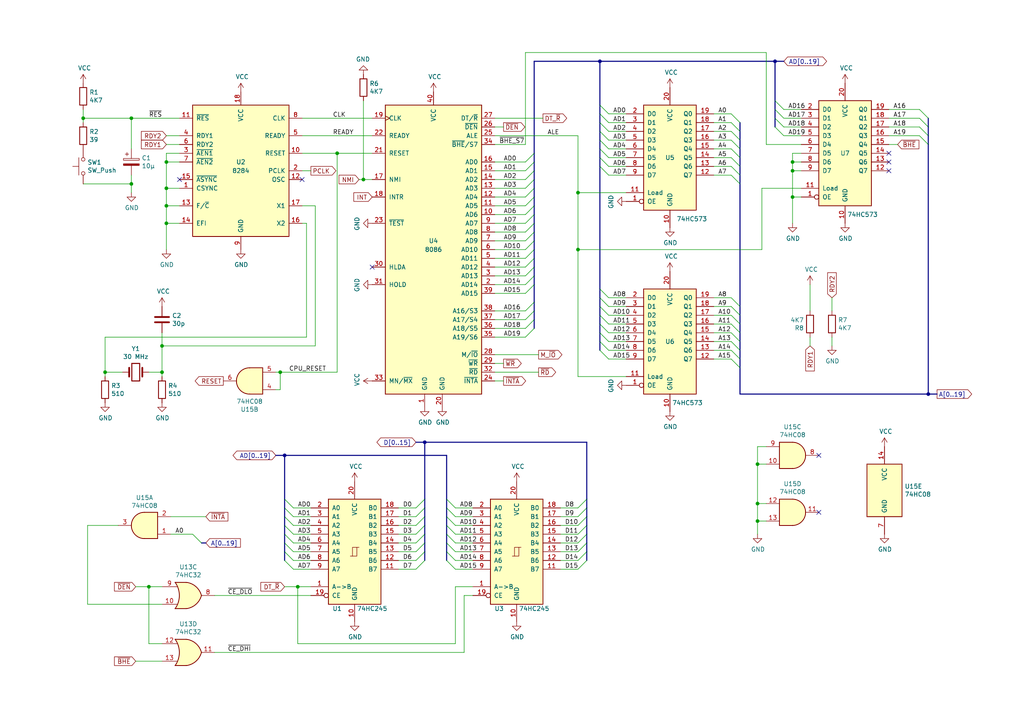
<source format=kicad_sch>
(kicad_sch (version 20230121) (generator eeschema)
  (paper "A4")
  (title_block (title "Mini8086 main system board") (rev "1.1"))
  (junction (at 229.87 57.15))
  (junction (at 229.87 49.53))
  (junction (at 229.87 46.99))
  (junction (at 105.41 52.07))
  (junction (at 97.79 44.45))
  (junction (at 81.28 107.95))
  (junction (at 48.26 59.69))
  (junction (at 167.64 72.39))
  (junction (at 219.71 151.13))
  (junction (at 48.26 54.61))
  (junction (at 43.18 170.18))
  (junction (at 24.13 34.29))
  (junction (at 219.71 134.62))
  (junction (at 38.1 34.29))
  (junction (at 82.55 132.08))
  (junction (at 48.26 64.77))
  (junction (at 38.1 53.34))
  (junction (at 86.36 170.18))
  (junction (at 46.99 100.33))
  (junction (at 46.99 107.95))
  (junction (at 30.48 107.95))
  (junction (at 224.79 17.78))
  (junction (at 48.26 46.99))
  (junction (at 167.64 55.88))
  (junction (at 173.99 17.78))
  (junction (at 123.19 128.27))
  (junction (at 219.71 146.05))
  (junction (at 269.24 114.3))
  (no_connect (at 257.81 44.45))
  (no_connect (at 87.63 52.07))
  (no_connect (at 52.07 52.07))
  (no_connect (at 257.81 49.53))
  (no_connect (at 257.81 46.99))
  (no_connect (at 237.49 148.59))
  (no_connect (at 107.95 77.47))
  (no_connect (at 237.49 132.08))
  (bus_entry (at 132.08 152.4) (size -2.54 -2.54))
  (bus_entry (at 152.4 80.01) (size 2.54 -2.54))
  (bus_entry (at 176.53 88.9) (size -2.54 -2.54))
  (bus_entry (at 85.09 165.1) (size -2.54 -2.54))
  (bus_entry (at 132.08 160.02) (size -2.54 -2.54))
  (bus_entry (at 227.33 31.75) (size -2.54 -2.54))
  (bus_entry (at 152.4 97.79) (size 2.54 -2.54))
  (bus_entry (at 132.08 149.86) (size -2.54 -2.54))
  (bus_entry (at 152.4 52.07) (size 2.54 -2.54))
  (bus_entry (at 212.09 38.1) (size 2.54 2.54))
  (bus_entry (at 167.64 149.86) (size 2.54 -2.54))
  (bus_entry (at 55.88 154.94) (size 2.54 2.54))
  (bus_entry (at 167.64 157.48) (size 2.54 -2.54))
  (bus_entry (at 132.08 165.1) (size -2.54 -2.54))
  (bus_entry (at 167.64 152.4) (size 2.54 -2.54))
  (bus_entry (at 176.53 96.52) (size -2.54 -2.54))
  (bus_entry (at 152.4 85.09) (size 2.54 -2.54))
  (bus_entry (at 85.09 160.02) (size -2.54 -2.54))
  (bus_entry (at 176.53 101.6) (size -2.54 -2.54))
  (bus_entry (at 152.4 54.61) (size 2.54 -2.54))
  (bus_entry (at 120.65 152.4) (size 2.54 -2.54))
  (bus_entry (at 212.09 33.02) (size 2.54 2.54))
  (bus_entry (at 132.08 162.56) (size -2.54 -2.54))
  (bus_entry (at 176.53 93.98) (size -2.54 -2.54))
  (bus_entry (at 152.4 62.23) (size 2.54 -2.54))
  (bus_entry (at 120.65 160.02) (size 2.54 -2.54))
  (bus_entry (at 212.09 86.36) (size 2.54 2.54))
  (bus_entry (at 152.4 82.55) (size 2.54 -2.54))
  (bus_entry (at 152.4 67.31) (size 2.54 -2.54))
  (bus_entry (at 212.09 88.9) (size 2.54 2.54))
  (bus_entry (at 120.65 147.32) (size 2.54 -2.54))
  (bus_entry (at 85.09 157.48) (size -2.54 -2.54))
  (bus_entry (at 227.33 39.37) (size -2.54 -2.54))
  (bus_entry (at 152.4 72.39) (size 2.54 -2.54))
  (bus_entry (at 152.4 74.93) (size 2.54 -2.54))
  (bus_entry (at 212.09 35.56) (size 2.54 2.54))
  (bus_entry (at 266.7 39.37) (size 2.54 2.54))
  (bus_entry (at 212.09 40.64) (size 2.54 2.54))
  (bus_entry (at 152.4 92.71) (size 2.54 -2.54))
  (bus_entry (at 85.09 147.32) (size -2.54 -2.54))
  (bus_entry (at 176.53 43.18) (size -2.54 -2.54))
  (bus_entry (at 152.4 64.77) (size 2.54 -2.54))
  (bus_entry (at 266.7 36.83) (size 2.54 2.54))
  (bus_entry (at 212.09 104.14) (size 2.54 2.54))
  (bus_entry (at 152.4 49.53) (size 2.54 -2.54))
  (bus_entry (at 85.09 162.56) (size -2.54 -2.54))
  (bus_entry (at 176.53 35.56) (size -2.54 -2.54))
  (bus_entry (at 227.33 34.29) (size -2.54 -2.54))
  (bus_entry (at 212.09 91.44) (size 2.54 2.54))
  (bus_entry (at 176.53 104.14) (size -2.54 -2.54))
  (bus_entry (at 120.65 157.48) (size 2.54 -2.54))
  (bus_entry (at 212.09 50.8) (size 2.54 2.54))
  (bus_entry (at 212.09 48.26) (size 2.54 2.54))
  (bus_entry (at 266.7 34.29) (size 2.54 2.54))
  (bus_entry (at 176.53 99.06) (size -2.54 -2.54))
  (bus_entry (at 167.64 162.56) (size 2.54 -2.54))
  (bus_entry (at 120.65 149.86) (size 2.54 -2.54))
  (bus_entry (at 212.09 45.72) (size 2.54 2.54))
  (bus_entry (at 212.09 96.52) (size 2.54 2.54))
  (bus_entry (at 85.09 149.86) (size -2.54 -2.54))
  (bus_entry (at 212.09 93.98) (size 2.54 2.54))
  (bus_entry (at 266.7 31.75) (size 2.54 2.54))
  (bus_entry (at 152.4 95.25) (size 2.54 -2.54))
  (bus_entry (at 176.53 40.64) (size -2.54 -2.54))
  (bus_entry (at 176.53 86.36) (size -2.54 -2.54))
  (bus_entry (at 152.4 90.17) (size 2.54 -2.54))
  (bus_entry (at 176.53 50.8) (size -2.54 -2.54))
  (bus_entry (at 176.53 91.44) (size -2.54 -2.54))
  (bus_entry (at 176.53 45.72) (size -2.54 -2.54))
  (bus_entry (at 176.53 48.26) (size -2.54 -2.54))
  (bus_entry (at 120.65 162.56) (size 2.54 -2.54))
  (bus_entry (at 85.09 152.4) (size -2.54 -2.54))
  (bus_entry (at 167.64 147.32) (size 2.54 -2.54))
  (bus_entry (at 152.4 69.85) (size 2.54 -2.54))
  (bus_entry (at 167.64 165.1) (size 2.54 -2.54))
  (bus_entry (at 167.64 160.02) (size 2.54 -2.54))
  (bus_entry (at 212.09 43.18) (size 2.54 2.54))
  (bus_entry (at 167.64 154.94) (size 2.54 -2.54))
  (bus_entry (at 152.4 46.99) (size 2.54 -2.54))
  (bus_entry (at 176.53 33.02) (size -2.54 -2.54))
  (bus_entry (at 152.4 77.47) (size 2.54 -2.54))
  (bus_entry (at 152.4 57.15) (size 2.54 -2.54))
  (bus_entry (at 212.09 101.6) (size 2.54 2.54))
  (bus_entry (at 132.08 154.94) (size -2.54 -2.54))
  (bus_entry (at 176.53 38.1) (size -2.54 -2.54))
  (bus_entry (at 120.65 154.94) (size 2.54 -2.54))
  (bus_entry (at 227.33 36.83) (size -2.54 -2.54))
  (bus_entry (at 132.08 157.48) (size -2.54 -2.54))
  (bus_entry (at 152.4 59.69) (size 2.54 -2.54))
  (bus_entry (at 85.09 154.94) (size -2.54 -2.54))
  (bus_entry (at 132.08 147.32) (size -2.54 -2.54))
  (bus_entry (at 120.65 165.1) (size 2.54 -2.54))
  (bus_entry (at 212.09 99.06) (size 2.54 2.54))
  (wire (pts (xy 232.41 57.15) (xy 229.87 57.15)))
  (bus (pts (xy 173.99 45.72) (xy 173.99 48.26)))
  (wire (pts (xy 212.09 104.14) (xy 207.01 104.14)))
  (wire (pts (xy 176.53 35.56) (xy 181.61 35.56)))
  (wire (pts (xy 132.08 160.02) (xy 137.16 160.02)))
  (wire (pts (xy 157.48 34.29) (xy 143.51 34.29)))
  (bus (pts (xy 214.63 101.6) (xy 214.63 104.14)))
  (wire (pts (xy 107.95 52.07) (xy 105.41 52.07)))
  (wire (pts (xy 91.44 100.33) (xy 46.99 100.33)))
  (bus (pts (xy 224.79 17.78) (xy 227.33 17.78)))
  (bus (pts (xy 269.24 41.91) (xy 269.24 114.3)))
  (wire (pts (xy 167.64 55.88) (xy 181.61 55.88)))
  (bus (pts (xy 173.99 91.44) (xy 173.99 93.98)))
  (bus (pts (xy 173.99 17.78) (xy 224.79 17.78)))
  (bus (pts (xy 224.79 31.75) (xy 224.79 34.29)))
  (wire (pts (xy 38.1 34.29) (xy 24.13 34.29)))
  (wire (pts (xy 266.7 31.75) (xy 257.81 31.75)))
  (wire (pts (xy 107.95 39.37) (xy 87.63 39.37)))
  (bus (pts (xy 154.94 57.15) (xy 154.94 59.69)))
  (bus (pts (xy 173.99 83.82) (xy 173.99 86.36)))
  (bus (pts (xy 214.63 99.06) (xy 214.63 101.6)))
  (bus (pts (xy 173.99 38.1) (xy 173.99 40.64)))
  (wire (pts (xy 52.07 54.61) (xy 48.26 54.61)))
  (wire (pts (xy 48.26 46.99) (xy 48.26 54.61)))
  (wire (pts (xy 132.08 147.32) (xy 137.16 147.32)))
  (wire (pts (xy 176.53 86.36) (xy 181.61 86.36)))
  (wire (pts (xy 176.53 91.44) (xy 181.61 91.44)))
  (bus (pts (xy 214.63 38.1) (xy 214.63 40.64)))
  (bus (pts (xy 129.54 157.48) (xy 129.54 160.02)))
  (wire (pts (xy 212.09 91.44) (xy 207.01 91.44)))
  (wire (pts (xy 38.1 34.29) (xy 52.07 34.29)))
  (bus (pts (xy 129.54 152.4) (xy 129.54 154.94)))
  (bus (pts (xy 123.19 160.02) (xy 123.19 162.56)))
  (wire (pts (xy 105.41 52.07) (xy 105.41 29.21)))
  (wire (pts (xy 105.41 52.07) (xy 104.14 52.07)))
  (bus (pts (xy 154.94 90.17) (xy 154.94 92.71)))
  (bus (pts (xy 170.18 160.02) (xy 170.18 162.56)))
  (bus (pts (xy 214.63 104.14) (xy 214.63 106.68)))
  (wire (pts (xy 46.99 191.77) (xy 39.37 191.77)))
  (wire (pts (xy 132.08 186.69) (xy 86.36 186.69)))
  (wire (pts (xy 176.53 88.9) (xy 181.61 88.9)))
  (wire (pts (xy 132.08 157.48) (xy 137.16 157.48)))
  (wire (pts (xy 152.4 97.79) (xy 143.51 97.79)))
  (wire (pts (xy 176.53 93.98) (xy 181.61 93.98)))
  (wire (pts (xy 229.87 49.53) (xy 229.87 46.99)))
  (bus (pts (xy 170.18 128.27) (xy 170.18 144.78)))
  (wire (pts (xy 46.99 175.26) (xy 25.4 175.26)))
  (wire (pts (xy 86.36 186.69) (xy 86.36 170.18)))
  (wire (pts (xy 43.18 186.69) (xy 43.18 170.18)))
  (bus (pts (xy 58.42 157.48) (xy 59.69 157.48)))
  (wire (pts (xy 115.57 147.32) (xy 120.65 147.32)))
  (wire (pts (xy 87.63 64.77) (xy 88.9 64.77)))
  (wire (pts (xy 212.09 86.36) (xy 207.01 86.36)))
  (wire (pts (xy 176.53 43.18) (xy 181.61 43.18)))
  (wire (pts (xy 176.53 33.02) (xy 181.61 33.02)))
  (wire (pts (xy 91.44 59.69) (xy 91.44 100.33)))
  (wire (pts (xy 132.08 154.94) (xy 137.16 154.94)))
  (wire (pts (xy 62.23 172.72) (xy 90.17 172.72)))
  (wire (pts (xy 46.99 96.52) (xy 46.99 100.33)))
  (wire (pts (xy 88.9 64.77) (xy 88.9 97.79)))
  (bus (pts (xy 214.63 106.68) (xy 214.63 114.3)))
  (bus (pts (xy 154.94 52.07) (xy 154.94 54.61)))
  (bus (pts (xy 82.55 149.86) (xy 82.55 152.4)))
  (wire (pts (xy 81.28 113.03) (xy 80.01 113.03)))
  (bus (pts (xy 269.24 114.3) (xy 271.78 114.3)))
  (wire (pts (xy 212.09 93.98) (xy 207.01 93.98)))
  (wire (pts (xy 167.64 160.02) (xy 162.56 160.02)))
  (bus (pts (xy 214.63 48.26) (xy 214.63 50.8)))
  (bus (pts (xy 129.54 147.32) (xy 129.54 149.86)))
  (bus (pts (xy 154.94 49.53) (xy 154.94 52.07)))
  (wire (pts (xy 257.81 41.91) (xy 260.35 41.91)))
  (bus (pts (xy 269.24 39.37) (xy 269.24 41.91)))
  (wire (pts (xy 152.4 80.01) (xy 143.51 80.01)))
  (wire (pts (xy 152.4 90.17) (xy 143.51 90.17)))
  (bus (pts (xy 173.99 33.02) (xy 173.99 35.56)))
  (wire (pts (xy 25.4 175.26) (xy 25.4 152.4)))
  (wire (pts (xy 212.09 88.9) (xy 207.01 88.9)))
  (wire (pts (xy 143.51 62.23) (xy 152.4 62.23)))
  (wire (pts (xy 222.25 146.05) (xy 219.71 146.05)))
  (wire (pts (xy 49.53 149.86) (xy 59.69 149.86)))
  (bus (pts (xy 154.94 69.85) (xy 154.94 72.39)))
  (wire (pts (xy 43.18 170.18) (xy 46.99 170.18)))
  (wire (pts (xy 132.08 170.18) (xy 132.08 186.69)))
  (wire (pts (xy 212.09 48.26) (xy 207.01 48.26)))
  (bus (pts (xy 123.19 144.78) (xy 123.19 147.32)))
  (wire (pts (xy 212.09 35.56) (xy 207.01 35.56)))
  (wire (pts (xy 266.7 34.29) (xy 257.81 34.29)))
  (wire (pts (xy 52.07 46.99) (xy 48.26 46.99)))
  (wire (pts (xy 46.99 186.69) (xy 43.18 186.69)))
  (bus (pts (xy 129.54 149.86) (xy 129.54 152.4)))
  (wire (pts (xy 227.33 31.75) (xy 232.41 31.75)))
  (wire (pts (xy 222.25 151.13) (xy 219.71 151.13)))
  (bus (pts (xy 154.94 44.45) (xy 154.94 46.99)))
  (wire (pts (xy 229.87 57.15) (xy 229.87 49.53)))
  (wire (pts (xy 229.87 64.77) (xy 229.87 57.15)))
  (bus (pts (xy 82.55 152.4) (xy 82.55 154.94)))
  (wire (pts (xy 97.79 44.45) (xy 97.79 107.95)))
  (bus (pts (xy 214.63 91.44) (xy 214.63 93.98)))
  (wire (pts (xy 143.51 102.87) (xy 156.21 102.87)))
  (wire (pts (xy 181.61 109.22) (xy 167.64 109.22)))
  (wire (pts (xy 143.51 49.53) (xy 152.4 49.53)))
  (wire (pts (xy 137.16 172.72) (xy 134.62 172.72)))
  (bus (pts (xy 173.99 96.52) (xy 173.99 99.06)))
  (wire (pts (xy 266.7 39.37) (xy 257.81 39.37)))
  (wire (pts (xy 85.09 147.32) (xy 90.17 147.32)))
  (bus (pts (xy 123.19 147.32) (xy 123.19 149.86)))
  (wire (pts (xy 143.51 107.95) (xy 156.21 107.95)))
  (bus (pts (xy 214.63 93.98) (xy 214.63 96.52)))
  (wire (pts (xy 48.26 54.61) (xy 48.26 59.69)))
  (wire (pts (xy 234.95 97.79) (xy 234.95 100.33)))
  (bus (pts (xy 154.94 80.01) (xy 154.94 82.55)))
  (wire (pts (xy 212.09 101.6) (xy 207.01 101.6)))
  (wire (pts (xy 85.09 162.56) (xy 90.17 162.56)))
  (wire (pts (xy 87.63 44.45) (xy 97.79 44.45)))
  (wire (pts (xy 43.18 107.95) (xy 46.99 107.95)))
  (wire (pts (xy 143.51 41.91) (xy 152.4 41.91)))
  (wire (pts (xy 143.51 52.07) (xy 152.4 52.07)))
  (wire (pts (xy 167.64 109.22) (xy 167.64 72.39)))
  (wire (pts (xy 227.33 34.29) (xy 232.41 34.29)))
  (bus (pts (xy 224.79 29.21) (xy 224.79 31.75)))
  (wire (pts (xy 219.71 129.54) (xy 222.25 129.54)))
  (bus (pts (xy 214.63 35.56) (xy 214.63 38.1)))
  (bus (pts (xy 123.19 152.4) (xy 123.19 154.94)))
  (wire (pts (xy 167.64 147.32) (xy 162.56 147.32)))
  (bus (pts (xy 154.94 72.39) (xy 154.94 74.93)))
  (bus (pts (xy 123.19 128.27) (xy 120.65 128.27)))
  (wire (pts (xy 220.98 54.61) (xy 220.98 72.39)))
  (wire (pts (xy 39.37 170.18) (xy 43.18 170.18)))
  (wire (pts (xy 222.25 41.91) (xy 232.41 41.91)))
  (wire (pts (xy 152.4 59.69) (xy 143.51 59.69)))
  (bus (pts (xy 154.94 77.47) (xy 154.94 80.01)))
  (wire (pts (xy 25.4 152.4) (xy 34.29 152.4)))
  (wire (pts (xy 85.09 152.4) (xy 90.17 152.4)))
  (wire (pts (xy 176.53 45.72) (xy 181.61 45.72)))
  (bus (pts (xy 123.19 128.27) (xy 123.19 144.78)))
  (wire (pts (xy 152.4 41.91) (xy 152.4 15.24)))
  (wire (pts (xy 85.09 149.86) (xy 90.17 149.86)))
  (wire (pts (xy 24.13 35.56) (xy 24.13 34.29)))
  (wire (pts (xy 120.65 165.1) (xy 115.57 165.1)))
  (bus (pts (xy 154.94 17.78) (xy 154.94 44.45)))
  (wire (pts (xy 176.53 104.14) (xy 181.61 104.14)))
  (wire (pts (xy 85.09 160.02) (xy 90.17 160.02)))
  (bus (pts (xy 173.99 93.98) (xy 173.99 96.52)))
  (bus (pts (xy 214.63 114.3) (xy 269.24 114.3)))
  (wire (pts (xy 85.09 157.48) (xy 90.17 157.48)))
  (wire (pts (xy 227.33 39.37) (xy 232.41 39.37)))
  (bus (pts (xy 214.63 88.9) (xy 214.63 91.44)))
  (wire (pts (xy 85.09 154.94) (xy 90.17 154.94)))
  (wire (pts (xy 212.09 38.1) (xy 207.01 38.1)))
  (wire (pts (xy 212.09 96.52) (xy 207.01 96.52)))
  (wire (pts (xy 143.51 105.41) (xy 146.05 105.41)))
  (wire (pts (xy 212.09 45.72) (xy 207.01 45.72)))
  (wire (pts (xy 232.41 49.53) (xy 229.87 49.53)))
  (wire (pts (xy 120.65 154.94) (xy 115.57 154.94)))
  (wire (pts (xy 152.4 15.24) (xy 222.25 15.24)))
  (wire (pts (xy 212.09 43.18) (xy 207.01 43.18)))
  (bus (pts (xy 173.99 86.36) (xy 173.99 88.9)))
  (wire (pts (xy 212.09 40.64) (xy 207.01 40.64)))
  (bus (pts (xy 173.99 40.64) (xy 173.99 43.18)))
  (wire (pts (xy 48.26 44.45) (xy 48.26 46.99)))
  (wire (pts (xy 167.64 39.37) (xy 167.64 55.88)))
  (wire (pts (xy 227.33 36.83) (xy 232.41 36.83)))
  (wire (pts (xy 176.53 38.1) (xy 181.61 38.1)))
  (bus (pts (xy 82.55 160.02) (xy 82.55 162.56)))
  (wire (pts (xy 234.95 82.55) (xy 234.95 90.17)))
  (wire (pts (xy 48.26 59.69) (xy 48.26 64.77)))
  (wire (pts (xy 52.07 64.77) (xy 48.26 64.77)))
  (wire (pts (xy 219.71 151.13) (xy 219.71 154.94)))
  (bus (pts (xy 154.94 17.78) (xy 173.99 17.78)))
  (bus (pts (xy 82.55 157.48) (xy 82.55 160.02)))
  (bus (pts (xy 224.79 17.78) (xy 224.79 29.21)))
  (bus (pts (xy 170.18 152.4) (xy 170.18 154.94)))
  (wire (pts (xy 220.98 72.39) (xy 167.64 72.39)))
  (bus (pts (xy 214.63 45.72) (xy 214.63 48.26)))
  (wire (pts (xy 152.4 69.85) (xy 143.51 69.85)))
  (wire (pts (xy 176.53 99.06) (xy 181.61 99.06)))
  (bus (pts (xy 173.99 99.06) (xy 173.99 101.6)))
  (wire (pts (xy 222.25 15.24) (xy 222.25 41.91)))
  (wire (pts (xy 30.48 97.79) (xy 30.48 107.95)))
  (wire (pts (xy 137.16 170.18) (xy 132.08 170.18)))
  (bus (pts (xy 154.94 64.77) (xy 154.94 67.31)))
  (wire (pts (xy 35.56 107.95) (xy 30.48 107.95)))
  (wire (pts (xy 152.4 57.15) (xy 143.51 57.15)))
  (bus (pts (xy 173.99 88.9) (xy 173.99 91.44)))
  (bus (pts (xy 214.63 53.34) (xy 214.63 88.9)))
  (wire (pts (xy 152.4 82.55) (xy 143.51 82.55)))
  (bus (pts (xy 154.94 74.93) (xy 154.94 77.47)))
  (wire (pts (xy 52.07 44.45) (xy 48.26 44.45)))
  (wire (pts (xy 212.09 50.8) (xy 207.01 50.8)))
  (bus (pts (xy 129.54 160.02) (xy 129.54 162.56)))
  (wire (pts (xy 222.25 134.62) (xy 219.71 134.62)))
  (wire (pts (xy 134.62 172.72) (xy 134.62 189.23)))
  (wire (pts (xy 176.53 96.52) (xy 181.61 96.52)))
  (wire (pts (xy 48.26 64.77) (xy 48.26 72.39)))
  (wire (pts (xy 85.09 165.1) (xy 90.17 165.1)))
  (bus (pts (xy 214.63 96.52) (xy 214.63 99.06)))
  (wire (pts (xy 212.09 99.06) (xy 207.01 99.06)))
  (wire (pts (xy 62.23 189.23) (xy 134.62 189.23)))
  (wire (pts (xy 87.63 49.53) (xy 90.17 49.53)))
  (wire (pts (xy 152.4 54.61) (xy 143.51 54.61)))
  (bus (pts (xy 123.19 157.48) (xy 123.19 160.02)))
  (bus (pts (xy 170.18 157.48) (xy 170.18 160.02)))
  (wire (pts (xy 120.65 149.86) (xy 115.57 149.86)))
  (wire (pts (xy 132.08 162.56) (xy 137.16 162.56)))
  (wire (pts (xy 38.1 53.34) (xy 38.1 50.8)))
  (wire (pts (xy 49.53 154.94) (xy 55.88 154.94)))
  (bus (pts (xy 123.19 128.27) (xy 170.18 128.27)))
  (wire (pts (xy 120.65 160.02) (xy 115.57 160.02)))
  (wire (pts (xy 152.4 67.31) (xy 143.51 67.31)))
  (wire (pts (xy 87.63 59.69) (xy 91.44 59.69)))
  (wire (pts (xy 266.7 36.83) (xy 257.81 36.83)))
  (bus (pts (xy 82.55 132.08) (xy 80.01 132.08)))
  (wire (pts (xy 143.51 46.99) (xy 152.4 46.99)))
  (wire (pts (xy 167.64 165.1) (xy 162.56 165.1)))
  (wire (pts (xy 24.13 53.34) (xy 38.1 53.34)))
  (wire (pts (xy 219.71 146.05) (xy 219.71 134.62)))
  (bus (pts (xy 173.99 43.18) (xy 173.99 45.72)))
  (wire (pts (xy 81.28 107.95) (xy 80.01 107.95)))
  (wire (pts (xy 24.13 31.75) (xy 24.13 34.29)))
  (bus (pts (xy 173.99 48.26) (xy 173.99 83.82)))
  (wire (pts (xy 86.36 170.18) (xy 90.17 170.18)))
  (wire (pts (xy 229.87 46.99) (xy 229.87 44.45)))
  (bus (pts (xy 129.54 144.78) (xy 129.54 147.32)))
  (bus (pts (xy 214.63 40.64) (xy 214.63 43.18)))
  (bus (pts (xy 154.94 59.69) (xy 154.94 62.23)))
  (wire (pts (xy 82.55 170.18) (xy 86.36 170.18)))
  (wire (pts (xy 46.99 100.33) (xy 46.99 107.95)))
  (bus (pts (xy 129.54 154.94) (xy 129.54 157.48)))
  (bus (pts (xy 154.94 87.63) (xy 154.94 90.17)))
  (bus (pts (xy 170.18 144.78) (xy 170.18 147.32)))
  (wire (pts (xy 167.64 162.56) (xy 162.56 162.56)))
  (wire (pts (xy 152.4 77.47) (xy 143.51 77.47)))
  (bus (pts (xy 154.94 54.61) (xy 154.94 57.15)))
  (wire (pts (xy 52.07 41.91) (xy 48.26 41.91)))
  (wire (pts (xy 152.4 92.71) (xy 143.51 92.71)))
  (bus (pts (xy 154.94 82.55) (xy 154.94 87.63)))
  (wire (pts (xy 152.4 74.93) (xy 143.51 74.93)))
  (wire (pts (xy 46.99 107.95) (xy 46.99 109.22)))
  (bus (pts (xy 82.55 154.94) (xy 82.55 157.48)))
  (wire (pts (xy 81.28 107.95) (xy 81.28 113.03)))
  (bus (pts (xy 154.94 46.99) (xy 154.94 49.53)))
  (wire (pts (xy 176.53 50.8) (xy 181.61 50.8)))
  (wire (pts (xy 232.41 46.99) (xy 229.87 46.99)))
  (bus (pts (xy 123.19 149.86) (xy 123.19 152.4)))
  (bus (pts (xy 82.55 147.32) (xy 82.55 149.86)))
  (bus (pts (xy 154.94 92.71) (xy 154.94 95.25)))
  (bus (pts (xy 154.94 62.23) (xy 154.94 64.77)))
  (wire (pts (xy 167.64 149.86) (xy 162.56 149.86)))
  (wire (pts (xy 152.4 95.25) (xy 143.51 95.25)))
  (bus (pts (xy 123.19 154.94) (xy 123.19 157.48)))
  (wire (pts (xy 241.3 97.79) (xy 241.3 100.33)))
  (bus (pts (xy 214.63 43.18) (xy 214.63 45.72)))
  (wire (pts (xy 120.65 152.4) (xy 115.57 152.4)))
  (wire (pts (xy 152.4 64.77) (xy 143.51 64.77)))
  (bus (pts (xy 173.99 35.56) (xy 173.99 38.1)))
  (bus (pts (xy 214.63 50.8) (xy 214.63 53.34)))
  (wire (pts (xy 241.3 90.17) (xy 241.3 86.36)))
  (bus (pts (xy 82.55 144.78) (xy 82.55 147.32)))
  (wire (pts (xy 143.51 110.49) (xy 146.05 110.49)))
  (wire (pts (xy 229.87 44.45) (xy 232.41 44.45)))
  (wire (pts (xy 132.08 152.4) (xy 137.16 152.4)))
  (wire (pts (xy 232.41 54.61) (xy 220.98 54.61)))
  (wire (pts (xy 176.53 101.6) (xy 181.61 101.6)))
  (wire (pts (xy 167.64 72.39) (xy 167.64 55.88)))
  (bus (pts (xy 82.55 132.08) (xy 82.55 144.78)))
  (bus (pts (xy 170.18 154.94) (xy 170.18 157.48)))
  (wire (pts (xy 132.08 149.86) (xy 137.16 149.86)))
  (bus (pts (xy 173.99 17.78) (xy 173.99 30.48)))
  (wire (pts (xy 146.05 36.83) (xy 143.51 36.83)))
  (bus (pts (xy 173.99 30.48) (xy 173.99 33.02)))
  (wire (pts (xy 143.51 39.37) (xy 167.64 39.37)))
  (bus (pts (xy 269.24 34.29) (xy 269.24 36.83)))
  (wire (pts (xy 167.64 152.4) (xy 162.56 152.4)))
  (wire (pts (xy 219.71 134.62) (xy 219.71 129.54)))
  (bus (pts (xy 129.54 132.08) (xy 129.54 144.78)))
  (bus (pts (xy 170.18 149.86) (xy 170.18 152.4)))
  (wire (pts (xy 176.53 48.26) (xy 181.61 48.26)))
  (wire (pts (xy 152.4 85.09) (xy 143.51 85.09)))
  (bus (pts (xy 269.24 36.83) (xy 269.24 39.37)))
  (wire (pts (xy 120.65 157.48) (xy 115.57 157.48)))
  (wire (pts (xy 52.07 39.37) (xy 48.26 39.37)))
  (wire (pts (xy 176.53 40.64) (xy 181.61 40.64)))
  (wire (pts (xy 132.08 165.1) (xy 137.16 165.1)))
  (wire (pts (xy 107.95 34.29) (xy 87.63 34.29)))
  (bus (pts (xy 82.55 132.08) (xy 129.54 132.08)))
  (bus (pts (xy 224.79 34.29) (xy 224.79 36.83)))
  (wire (pts (xy 97.79 107.95) (xy 81.28 107.95)))
  (wire (pts (xy 167.64 154.94) (xy 162.56 154.94)))
  (wire (pts (xy 38.1 34.29) (xy 38.1 43.18)))
  (wire (pts (xy 97.79 44.45) (xy 107.95 44.45)))
  (wire (pts (xy 207.01 33.02) (xy 212.09 33.02)))
  (wire (pts (xy 219.71 146.05) (xy 219.71 151.13)))
  (wire (pts (xy 152.4 72.39) (xy 143.51 72.39)))
  (bus (pts (xy 154.94 67.31) (xy 154.94 69.85)))
  (wire (pts (xy 52.07 59.69) (xy 48.26 59.69)))
  (wire (pts (xy 38.1 55.88) (xy 38.1 53.34)))
  (wire (pts (xy 88.9 97.79) (xy 30.48 97.79)))
  (wire (pts (xy 120.65 162.56) (xy 115.57 162.56)))
  (wire (pts (xy 30.48 107.95) (xy 30.48 109.22)))
  (wire (pts (xy 167.64 157.48) (xy 162.56 157.48)))
  (bus (pts (xy 170.18 147.32) (xy 170.18 149.86)))
  (label "AD1" (at 177.8 35.56 0))
  (label "AD2" (at 177.8 38.1 0))
  (label "D11" (at 163.83 154.94 0))
  (label "AD16" (at 146.05 90.17 0))
  (label "AD10" (at 133.35 152.4 0))
  (label "AD19" (at 146.05 97.79 0))
  (label "D13" (at 163.83 160.02 0))
  (label "D9" (at 163.83 149.86 0))
  (label "D2" (at 116.84 152.4 0))
  (label "AD7" (at 146.05 64.77 0))
  (label "A17" (at 259.08 34.29 0))
  (label "AD10" (at 146.05 72.39 0))
  (label "AD0" (at 146.05 46.99 0))
  (label "AD4" (at 177.8 43.18 0))
  (label "A18" (at 259.08 36.83 0))
  (label "~{RES}" (at 43.18 34.29 0))
  (label "AD5" (at 146.05 59.69 0))
  (label "AD5" (at 86.36 160.02 0))
  (label "AD15" (at 133.35 165.1 0))
  (label "AD8" (at 177.8 86.36 0))
  (label "AD15" (at 146.05 85.09 0))
  (label "D7" (at 116.84 165.1 0))
  (label "AD13" (at 177.8 99.06 0))
  (label "A3" (at 208.28 40.64 0))
  (label "A13" (at 208.28 99.06 0))
  (label "~{CE_DHI}" (at 66.04 189.23 0))
  (label "AD18" (at 146.05 95.25 0))
  (label "AD14" (at 177.8 101.6 0))
  (label "AD0" (at 86.36 147.32 0))
  (label "D1" (at 116.84 149.86 0))
  (label "AD4" (at 86.36 157.48 0))
  (label "AD16" (at 228.6 31.75 0))
  (label "A7" (at 208.28 50.8 0))
  (label "A6" (at 208.28 48.26 0))
  (label "AD15" (at 177.8 104.14 0))
  (label "AD13" (at 146.05 80.01 0))
  (label "A9" (at 208.28 88.9 0))
  (label "A10" (at 208.28 91.44 0))
  (label "AD2" (at 146.05 52.07 0))
  (label "AD9" (at 133.35 149.86 0))
  (label "AD13" (at 133.35 160.02 0))
  (label "AD3" (at 86.36 154.94 0))
  (label "AD6" (at 177.8 48.26 0))
  (label "AD2" (at 86.36 152.4 0))
  (label "A1" (at 208.28 35.56 0))
  (label "AD11" (at 146.05 74.93 0))
  (label "AD9" (at 177.8 88.9 0))
  (label "READY" (at 96.52 39.37 0))
  (label "AD7" (at 177.8 50.8 0))
  (label "D4" (at 116.84 157.48 0))
  (label "AD0" (at 177.8 33.02 0))
  (label "A5" (at 208.28 45.72 0))
  (label "A0" (at 208.28 33.02 0))
  (label "A8" (at 208.28 86.36 0))
  (label "AD1" (at 86.36 149.86 0))
  (label "A11" (at 208.28 93.98 0))
  (label "AD9" (at 146.05 69.85 0))
  (label "AD7" (at 86.36 165.1 0))
  (label "D6" (at 116.84 162.56 0))
  (label "D8" (at 163.83 147.32 0))
  (label "AD1" (at 146.05 49.53 0))
  (label "AD6" (at 86.36 162.56 0))
  (label "A12" (at 208.28 96.52 0))
  (label "AD10" (at 177.8 91.44 0))
  (label "A14" (at 208.28 101.6 0))
  (label "AD3" (at 177.8 40.64 0))
  (label "AD17" (at 228.6 34.29 0))
  (label "D0" (at 116.84 147.32 0))
  (label "D15" (at 163.83 165.1 0))
  (label "D14" (at 163.83 162.56 0))
  (label "AD19" (at 228.6 39.37 0))
  (label "A2" (at 208.28 38.1 0))
  (label "D12" (at 163.83 157.48 0))
  (label "AD4" (at 146.05 57.15 0))
  (label "A4" (at 208.28 43.18 0))
  (label "ALE" (at 158.75 39.37 0))
  (label "A16" (at 259.08 31.75 0))
  (label "AD12" (at 177.8 96.52 0))
  (label "AD3" (at 146.05 54.61 0))
  (label "A0" (at 50.8 154.94 0))
  (label "AD18" (at 228.6 36.83 0))
  (label "A19" (at 259.08 39.37 0))
  (label "~{BHE_S7}" (at 144.78 41.91 0))
  (label "A15" (at 208.28 104.14 0))
  (label "AD12" (at 146.05 77.47 0))
  (label "D5" (at 116.84 160.02 0))
  (label "AD5" (at 177.8 45.72 0))
  (label "CLK" (at 96.52 34.29 0))
  (label "AD14" (at 133.35 162.56 0))
  (label "AD6" (at 146.05 62.23 0))
  (label "~{CE_DLO}" (at 66.04 172.72 0))
  (label "AD17" (at 146.05 92.71 0))
  (label "D3" (at 116.84 154.94 0))
  (label "AD11" (at 177.8 93.98 0))
  (label "AD8" (at 146.05 67.31 0))
  (label "AD8" (at 133.35 147.32 0))
  (label "D10" (at 163.83 152.4 0))
  (label "AD14" (at 146.05 82.55 0))
  (label "AD11" (at 133.35 154.94 0))
  (label "CPU_RESET" (at 83.82 107.95 0))
  (label "AD12" (at 133.35 157.48 0))
  (global_label "DT_~{R}" (shape output) (at 157.48 34.29 0) (property "Intersheetrefs" "${INTERSHEET_REFS}" (effects hide)))
  (global_label "INT" (shape input) (at 107.95 57.15 180) (property "Intersheetrefs" "${INTERSHEET_REFS}" (effects hide)))
  (global_label "RDY1" (shape input) (at 48.26 41.91 180) (property "Intersheetrefs" "${INTERSHEET_REFS}" (effects hide)))
  (global_label "~{DEN}" (shape input) (at 39.37 170.18 180) (property "Intersheetrefs" "${INTERSHEET_REFS}" (effects hide)))
  (global_label "AD[0..19]" (shape bidirectional) (at 80.01 132.08 180) (property "Intersheetrefs" "${INTERSHEET_REFS}" (effects hide)))
  (global_label "DT_~{R}" (shape input) (at 82.55 170.18 180) (property "Intersheetrefs" "${INTERSHEET_REFS}" (effects hide)))
  (global_label "~{BHE}" (shape input) (at 39.37 191.77 180) (property "Intersheetrefs" "${INTERSHEET_REFS}" (effects hide)))
  (global_label "~{RD}" (shape output) (at 156.21 107.95 0) (property "Intersheetrefs" "${INTERSHEET_REFS}" (effects hide)))
  (global_label "~{DEN}" (shape output) (at 146.05 36.83 0) (property "Intersheetrefs" "${INTERSHEET_REFS}" (effects hide)))
  (global_label "RDY1" (shape input) (at 234.95 100.33 270) (property "Intersheetrefs" "${INTERSHEET_REFS}" (effects hide)))
  (global_label "NMI" (shape input) (at 104.14 52.07 180) (property "Intersheetrefs" "${INTERSHEET_REFS}" (effects hide)))
  (global_label "D[0..15]" (shape bidirectional) (at 120.65 128.27 180) (property "Intersheetrefs" "${INTERSHEET_REFS}" (effects hide)))
  (global_label "RDY2" (shape input) (at 241.3 86.36 90) (property "Intersheetrefs" "${INTERSHEET_REFS}" (effects hide)))
  (global_label "M_~{IO}" (shape output) (at 156.21 102.87 0) (property "Intersheetrefs" "${INTERSHEET_REFS}" (effects hide)))
  (global_label "A[0..19]" (shape input) (at 59.69 157.48 0) (property "Intersheetrefs" "${INTERSHEET_REFS}" (effects hide)))
  (global_label "PCLK" (shape output) (at 90.17 49.53 0) (property "Intersheetrefs" "${INTERSHEET_REFS}" (effects hide)))
  (global_label "AD[0..19]" (shape bidirectional) (at 227.33 17.78 0) (property "Intersheetrefs" "${INTERSHEET_REFS}" (effects hide)))
  (global_label "RDY2" (shape input) (at 48.26 39.37 180) (property "Intersheetrefs" "${INTERSHEET_REFS}" (effects hide)))
  (global_label "~{INTA}" (shape output) (at 146.05 110.49 0) (property "Intersheetrefs" "${INTERSHEET_REFS}" (effects hide)))
  (global_label "A[0..19]" (shape output) (at 271.78 114.3 0) (property "Intersheetrefs" "${INTERSHEET_REFS}" (effects hide)))
  (global_label "~{WR}" (shape output) (at 146.05 105.41 0) (property "Intersheetrefs" "${INTERSHEET_REFS}" (effects hide)))
  (global_label "~{INTA}" (shape input) (at 59.69 149.86 0) (property "Intersheetrefs" "${INTERSHEET_REFS}" (effects hide)))
  (global_label "RESET" (shape output) (at 64.77 110.49 180) (property "Intersheetrefs" "${INTERSHEET_REFS}" (effects hide)))
  (global_label "~{BHE}" (shape input) (at 260.35 41.91 0) (property "Intersheetrefs" "${INTERSHEET_REFS}" (effects hide)))
  (symbol (lib_id "MCU_Intel:8086_Min_Mode") (at 125.73 72.39 0) (unit 1)
    (property "Reference" "U4" (at 125.73 69.85 0))
    (property "Value" "8086" (at 125.73 72.39 0))
    (property "Footprint" "Package_DIP:DIP-40_W15.24mm_Socket_LongPads" (effects hide))
    (property "Datasheet" "http://datasheets.chipdb.org/Intel/x86/808x/datashts/8086/231455-006.pdf" (effects hide))
  )
  (symbol (lib_id "main-rescue:8284-Timer") (at 69.85 49.53 0) (unit 1)
    (property "Reference" "U2" (at 69.85 46.99 0))
    (property "Value" "8284" (at 69.85 49.53 0))
    (property "Footprint" "Package_DIP:DIP-18_W7.62mm_Socket_LongPads" (effects hide))
    (property "Datasheet" "http://www.cpu-galaxy.at/cpu/ram%20rom%20eprom/other_intel_chips/other_intel-Dateien/D8284A_Datasheet.pdf" (effects hide))
  )
  (symbol (lib_id "74xx:74LS573") (at 194.31 45.72 0) (unit 1)
    (property "Reference" "U5" (at 194.31 45.72 0))
    (property "Value" "74HC573" (at 200.66 63.5 0))
    (property "Footprint" "Package_DIP:DIP-20_W7.62mm_LongPads" (effects hide))
    (property "Datasheet" "74xx/74hc573.pdf" (effects hide))
  )
  (symbol (lib_id "74xx:74LS573") (at 194.31 99.06 0) (unit 1)
    (property "Reference" "U6" (at 194.31 99.06 0))
    (property "Value" "74HC573" (at 199.39 116.84 0))
    (property "Footprint" "Package_DIP:DIP-20_W7.62mm_LongPads" (effects hide))
    (property "Datasheet" "74xx/74hc573.pdf" (effects hide))
  )
  (symbol (lib_id "power:VCC") (at 69.85 26.67 0) (unit 1)
    (property "Reference" "#PWR09" (effects hide))
    (property "Value" "VCC" (at 70.231 22.2758 0))
  )
  (symbol (lib_id "power:GND") (at 69.85 72.39 0) (unit 1)
    (property "Reference" "#PWR010" (effects hide))
    (property "Value" "GND" (at 69.977 76.7842 0))
  )
  (symbol (lib_id "power:VCC") (at 125.73 26.67 0) (unit 1)
    (property "Reference" "#PWR016" (effects hide))
    (property "Value" "VCC" (at 126.111 22.2758 0))
  )
  (symbol (lib_id "power:GND") (at 128.27 118.11 0) (unit 1)
    (property "Reference" "#PWR017" (effects hide))
    (property "Value" "GND" (at 128.397 122.5042 0))
  )
  (symbol (lib_id "power:GND") (at 123.19 118.11 0) (unit 1)
    (property "Reference" "#PWR015" (effects hide))
    (property "Value" "GND" (at 123.317 122.5042 0))
  )
  (symbol (lib_id "power:GND") (at 48.26 72.39 0) (unit 1)
    (property "Reference" "#PWR06" (effects hide))
    (property "Value" "GND" (at 48.387 76.7842 0))
  )
  (symbol (lib_id "main-rescue:CP-Device") (at 38.1 46.99 0) (unit 1)
    (property "Reference" "C1" (at 41.0972 45.8216 0) (effects (justify left)))
    (property "Value" "10µ" (at 41.0972 48.133 0) (effects (justify left)))
    (property "Footprint" "Capacitor_THT:CP_Radial_D4.0mm_P2.00mm" (effects hide))
  )
  (symbol (lib_id "power:GND") (at 38.1 55.88 0) (unit 1)
    (property "Reference" "#PWR03" (effects hide))
    (property "Value" "GND" (at 38.227 60.2742 0))
  )
  (symbol (lib_id "Switch:SW_Push") (at 24.13 48.26 90) (unit 1)
    (property "Reference" "SW1" (at 25.3492 47.0916 90) (effects (justify right)))
    (property "Value" "SW_Push" (at 25.3492 49.403 90) (effects (justify right)))
    (property "Footprint" "Button_Switch_THT:SW_PUSH_6mm" (effects hide))
  )
  (symbol (lib_id "Device:R") (at 24.13 39.37 180) (unit 1)
    (property "Reference" "R2" (at 25.908 38.2016 0) (effects (justify right)))
    (property "Value" "39" (at 25.908 40.513 0) (effects (justify right)))
    (property "Footprint" "Resistor_THT:R_Axial_DIN0207_L6.3mm_D2.5mm_P7.62mm_Horizontal" (effects hide))
  )
  (symbol (lib_id "power:VCC") (at 24.13 24.13 0) (unit 1)
    (property "Reference" "#PWR01" (effects hide))
    (property "Value" "VCC" (at 24.511 19.7358 0))
  )
  (symbol (lib_id "Device:R") (at 24.13 27.94 180) (unit 1)
    (property "Reference" "R1" (at 25.908 26.7716 0) (effects (justify right)))
    (property "Value" "4K7" (at 25.908 29.083 0) (effects (justify right)))
    (property "Footprint" "Resistor_THT:R_Axial_DIN0207_L6.3mm_D2.5mm_P7.62mm_Horizontal" (effects hide))
  )
  (symbol (lib_id "Device:R") (at 30.48 113.03 180) (unit 1)
    (property "Reference" "R3" (at 32.258 111.8616 0) (effects (justify right)))
    (property "Value" "510" (at 32.258 114.173 0) (effects (justify right)))
    (property "Footprint" "Resistor_THT:R_Axial_DIN0207_L6.3mm_D2.5mm_P7.62mm_Horizontal" (effects hide))
  )
  (symbol (lib_id "Device:R") (at 46.99 113.03 180) (unit 1)
    (property "Reference" "R4" (at 48.768 111.8616 0) (effects (justify right)))
    (property "Value" "510" (at 48.768 114.173 0) (effects (justify right)))
    (property "Footprint" "Resistor_THT:R_Axial_DIN0207_L6.3mm_D2.5mm_P7.62mm_Horizontal" (effects hide))
  )
  (symbol (lib_id "Device:C") (at 46.99 92.71 180) (unit 1)
    (property "Reference" "C2" (at 49.911 91.5416 0) (effects (justify right)))
    (property "Value" "30p" (at 49.911 93.853 0) (effects (justify right)))
    (property "Footprint" "Capacitor_THT:C_Disc_D3.0mm_W1.6mm_P2.50mm" (effects hide))
  )
  (symbol (lib_id "Device:Crystal") (at 39.37 107.95 0) (unit 1)
    (property "Reference" "Y1" (at 39.37 101.1428 0))
    (property "Value" "30 MHz" (at 39.37 103.4542 0))
    (property "Footprint" "Crystal:Crystal_HC18-U_Vertical" (effects hide))
  )
  (symbol (lib_id "power:GND") (at 30.48 116.84 0) (unit 1)
    (property "Reference" "#PWR02" (effects hide))
    (property "Value" "GND" (at 30.607 121.2342 0))
  )
  (symbol (lib_id "power:GND") (at 46.99 116.84 0) (unit 1)
    (property "Reference" "#PWR05" (effects hide))
    (property "Value" "GND" (at 47.117 121.2342 0))
  )
  (symbol (lib_id "power:VCC") (at 46.99 88.9 0) (unit 1)
    (property "Reference" "#PWR04" (effects hide))
    (property "Value" "VCC" (at 47.371 84.5058 0))
  )
  (symbol (lib_id "power:VCC") (at 107.95 110.49 90) (unit 1)
    (property "Reference" "#PWR012" (effects hide))
    (property "Value" "VCC" (at 103.5558 110.109 0))
  )
  (symbol (lib_id "power:GND") (at 107.95 64.77 270) (unit 1)
    (property "Reference" "#PWR011" (effects hide))
    (property "Value" "GND" (at 103.5558 64.897 0))
  )
  (symbol (lib_id "power:GND") (at 194.31 66.04 0) (unit 1)
    (property "Reference" "#PWR021" (effects hide))
    (property "Value" "GND" (at 194.437 70.4342 0))
  )
  (symbol (lib_id "power:GND") (at 194.31 119.38 0) (unit 1)
    (property "Reference" "#PWR023" (effects hide))
    (property "Value" "GND" (at 194.437 123.7742 0))
  )
  (symbol (lib_id "power:VCC") (at 194.31 25.4 0) (unit 1)
    (property "Reference" "#PWR020" (effects hide))
    (property "Value" "VCC" (at 194.691 21.0058 0))
  )
  (symbol (lib_id "power:VCC") (at 194.31 78.74 0) (unit 1)
    (property "Reference" "#PWR022" (effects hide))
    (property "Value" "VCC" (at 194.691 74.3458 0))
  )
  (symbol (lib_id "74xx:74LS573") (at 245.11 44.45 0) (unit 1)
    (property "Reference" "U7" (at 245.11 44.45 0))
    (property "Value" "74HC573" (at 250.19 62.23 0))
    (property "Footprint" "Package_DIP:DIP-20_W7.62mm_LongPads" (effects hide))
    (property "Datasheet" "74xx/74hc573.pdf" (effects hide))
  )
  (symbol (lib_id "power:GND") (at 181.61 111.76 270) (unit 1)
    (property "Reference" "#PWR019" (effects hide))
    (property "Value" "GND" (at 177.2158 111.887 0))
  )
  (symbol (lib_id "Device:R") (at 105.41 25.4 180) (unit 1)
    (property "Reference" "R6" (at 107.188 24.2316 0) (effects (justify right)))
    (property "Value" "4K7" (at 107.188 26.543 0) (effects (justify right)))
    (property "Footprint" "Resistor_THT:R_Axial_DIN0207_L6.3mm_D2.5mm_P7.62mm_Horizontal" (effects hide))
  )
  (symbol (lib_id "power:GND") (at 181.61 58.42 270) (unit 1)
    (property "Reference" "#PWR018" (effects hide))
    (property "Value" "GND" (at 177.2158 58.547 0))
  )
  (symbol (lib_id "power:GND") (at 245.11 64.77 0) (unit 1)
    (property "Reference" "#PWR026" (effects hide))
    (property "Value" "GND" (at 245.237 69.1642 0))
  )
  (symbol (lib_id "power:GND") (at 229.87 64.77 0) (unit 1)
    (property "Reference" "#PWR024" (effects hide))
    (property "Value" "GND" (at 229.997 69.1642 0))
  )
  (symbol (lib_id "power:VCC") (at 245.11 24.13 0) (unit 1)
    (property "Reference" "#PWR025" (effects hide))
    (property "Value" "VCC" (at 245.491 19.7358 0))
  )
  (symbol (lib_id "Device:R") (at 241.3 93.98 180) (unit 1)
    (property "Reference" "R7" (at 243.078 92.8116 0) (effects (justify right)))
    (property "Value" "4K7" (at 243.078 95.123 0) (effects (justify right)))
    (property "Footprint" "Resistor_THT:R_Axial_DIN0207_L6.3mm_D2.5mm_P7.62mm_Horizontal" (effects hide))
  )
  (symbol (lib_id "Device:R") (at 234.95 93.98 0) (unit 1)
    (property "Reference" "R8" (at 233.172 95.1484 0) (effects (justify right)))
    (property "Value" "4K7" (at 233.172 92.837 0) (effects (justify right)))
    (property "Footprint" "Resistor_THT:R_Axial_DIN0207_L6.3mm_D2.5mm_P7.62mm_Horizontal" (effects hide))
  )
  (symbol (lib_id "74xx:74HC245") (at 102.87 160.02 0) (unit 1)
    (property "Reference" "U1" (at 97.79 176.53 0))
    (property "Value" "74HC245" (at 107.95 176.53 0))
    (property "Footprint" "Package_DIP:DIP-20_W7.62mm_LongPads" (effects hide))
    (property "Datasheet" "http://www.ti.com/lit/gpn/sn74HC245" (effects hide))
  )
  (symbol (lib_id "power:GND") (at 105.41 21.59 180) (unit 1)
    (property "Reference" "#PWR0102" (effects hide))
    (property "Value" "GND" (at 105.283 17.1958 0))
  )
  (symbol (lib_id "74xx:74HC245") (at 149.86 160.02 0) (unit 1)
    (property "Reference" "U3" (at 144.78 176.53 0))
    (property "Value" "74HC245" (at 154.94 176.53 0))
    (property "Footprint" "Package_DIP:DIP-20_W7.62mm_LongPads" (effects hide))
    (property "Datasheet" "http://www.ti.com/lit/gpn/sn74HC245" (effects hide))
  )
  (symbol (lib_id "power:GND") (at 149.86 180.34 0) (unit 1)
    (property "Reference" "#PWR014" (effects hide))
    (property "Value" "GND" (at 149.987 184.7342 0))
  )
  (symbol (lib_id "power:GND") (at 102.87 180.34 0) (unit 1)
    (property "Reference" "#PWR08" (effects hide))
    (property "Value" "GND" (at 102.997 184.7342 0))
  )
  (symbol (lib_id "power:VCC") (at 102.87 139.7 0) (unit 1)
    (property "Reference" "#PWR07" (effects hide))
    (property "Value" "VCC" (at 103.251 135.3058 0))
  )
  (symbol (lib_id "power:VCC") (at 149.86 139.7 0) (unit 1)
    (property "Reference" "#PWR013" (effects hide))
    (property "Value" "VCC" (at 150.241 135.3058 0))
  )
  (symbol (lib_id "74xx:74LS08") (at 41.91 152.4 180) (unit 1)
    (property "Reference" "U15" (at 41.91 144.3482 0))
    (property "Value" "74HC08" (at 41.91 146.6596 0))
    (property "Footprint" "Package_DIP:DIP-14_W7.62mm_LongPads" (effects hide))
    (property "Datasheet" "http://www.ti.com/lit/gpn/sn74LS08" (effects hide))
  )
  (symbol (lib_id "74xx:74LS08") (at 72.39 110.49 180) (unit 2)
    (property "Reference" "U15" (at 72.39 118.745 0))
    (property "Value" "74HC08" (at 72.39 116.4336 0))
    (property "Footprint" "Package_DIP:DIP-14_W7.62mm_LongPads" (effects hide))
    (property "Datasheet" "http://www.ti.com/lit/gpn/sn74LS08" (effects hide))
  )
  (symbol (lib_id "74xx:74LS08") (at 229.87 132.08 0) (unit 3)
    (property "Reference" "U15" (at 229.87 123.825 0))
    (property "Value" "74HC08" (at 229.87 126.1364 0))
    (property "Footprint" "Package_DIP:DIP-14_W7.62mm_LongPads" (effects hide))
    (property "Datasheet" "http://www.ti.com/lit/gpn/sn74LS08" (effects hide))
  )
  (symbol (lib_id "74xx:74LS08") (at 229.87 148.59 0) (unit 4)
    (property "Reference" "U15" (at 229.87 140.335 0))
    (property "Value" "74HC08" (at 229.87 142.6464 0))
    (property "Footprint" "Package_DIP:DIP-14_W7.62mm_LongPads" (effects hide))
    (property "Datasheet" "http://www.ti.com/lit/gpn/sn74LS08" (effects hide))
  )
  (symbol (lib_id "74xx:74LS08") (at 256.54 142.24 0) (unit 5)
    (property "Reference" "U15" (at 262.382 141.0716 0) (effects (justify left)))
    (property "Value" "74HC08" (at 262.382 143.383 0) (effects (justify left)))
    (property "Footprint" "Package_DIP:DIP-14_W7.62mm_LongPads" (effects hide))
    (property "Datasheet" "http://www.ti.com/lit/gpn/sn74LS08" (effects hide))
  )
  (symbol (lib_id "74xx:74LS32") (at 54.61 172.72 0) (unit 3)
    (property "Reference" "U13" (at 54.61 164.465 0))
    (property "Value" "74HC32" (at 54.61 166.7764 0))
    (property "Footprint" "Package_DIP:DIP-14_W7.62mm_LongPads" (effects hide))
    (property "Datasheet" "http://www.ti.com/lit/gpn/sn74LS32" (effects hide))
  )
  (symbol (lib_id "74xx:74LS32") (at 54.61 189.23 0) (unit 4)
    (property "Reference" "U13" (at 54.61 180.975 0))
    (property "Value" "74HC32" (at 54.61 183.2864 0))
    (property "Footprint" "Package_DIP:DIP-14_W7.62mm_LongPads" (effects hide))
    (property "Datasheet" "http://www.ti.com/lit/gpn/sn74LS32" (effects hide))
  )
  (symbol (lib_id "power:GND") (at 256.54 154.94 0) (unit 1)
    (property "Reference" "#PWR0105" (effects hide))
    (property "Value" "GND" (at 256.667 159.3342 0))
  )
  (symbol (lib_id "power:GND") (at 219.71 154.94 0) (unit 1)
    (property "Reference" "#PWR0106" (effects hide))
    (property "Value" "GND" (at 219.837 159.3342 0))
  )
  (symbol (lib_id "power:VCC") (at 256.54 129.54 0) (unit 1)
    (property "Reference" "#PWR0108" (effects hide))
    (property "Value" "VCC" (at 256.921 125.1458 0))
  )
  (symbol (lib_id "power:GND") (at 107.95 82.55 270) (unit 1)
    (property "Reference" "#PWR0109" (effects hide))
    (property "Value" "GND" (at 103.5558 82.677 0))
  )
  (symbol (lib_id "power:VCC") (at 234.95 82.55 0) (unit 1)
    (property "Reference" "#PWR0110" (effects hide))
    (property "Value" "VCC" (at 235.331 78.1558 0))
  )
  (symbol (lib_id "power:GND") (at 241.3 100.33 0) (unit 1)
    (property "Reference" "#PWR0111" (effects hide))
    (property "Value" "GND" (at 241.427 104.7242 0))
  )
)
</source>
